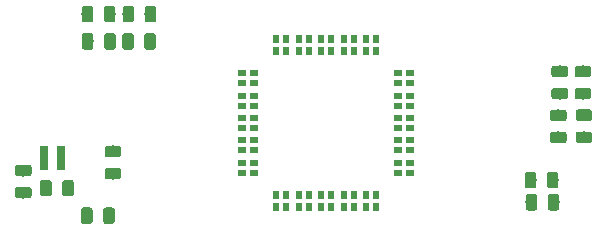
<source format=gbr>
G04 #@! TF.GenerationSoftware,KiCad,Pcbnew,(5.1.4)-1*
G04 #@! TF.CreationDate,2020-01-22T17:25:58-05:00*
G04 #@! TF.ProjectId,Feather-SAM-M8Q-GPS,46656174-6865-4722-9d53-414d2d4d3851,rev?*
G04 #@! TF.SameCoordinates,Original*
G04 #@! TF.FileFunction,Paste,Top*
G04 #@! TF.FilePolarity,Positive*
%FSLAX46Y46*%
G04 Gerber Fmt 4.6, Leading zero omitted, Abs format (unit mm)*
G04 Created by KiCad (PCBNEW (5.1.4)-1) date 2020-01-22 17:25:58*
%MOMM*%
%LPD*%
G04 APERTURE LIST*
%ADD10C,0.100000*%
%ADD11C,0.975000*%
%ADD12R,0.580000X0.720000*%
%ADD13R,0.720000X0.580000*%
%ADD14R,0.800000X2.000000*%
G04 APERTURE END LIST*
D10*
G36*
X95506622Y-69406614D02*
G01*
X95530283Y-69410124D01*
X95553487Y-69415936D01*
X95576009Y-69423994D01*
X95597633Y-69434222D01*
X95618150Y-69446519D01*
X95637363Y-69460769D01*
X95655087Y-69476833D01*
X95671151Y-69494557D01*
X95685401Y-69513770D01*
X95697698Y-69534287D01*
X95707926Y-69555911D01*
X95715984Y-69578433D01*
X95721796Y-69601637D01*
X95725306Y-69625298D01*
X95726480Y-69649190D01*
X95726480Y-70136690D01*
X95725306Y-70160582D01*
X95721796Y-70184243D01*
X95715984Y-70207447D01*
X95707926Y-70229969D01*
X95697698Y-70251593D01*
X95685401Y-70272110D01*
X95671151Y-70291323D01*
X95655087Y-70309047D01*
X95637363Y-70325111D01*
X95618150Y-70339361D01*
X95597633Y-70351658D01*
X95576009Y-70361886D01*
X95553487Y-70369944D01*
X95530283Y-70375756D01*
X95506622Y-70379266D01*
X95482730Y-70380440D01*
X94570230Y-70380440D01*
X94546338Y-70379266D01*
X94522677Y-70375756D01*
X94499473Y-70369944D01*
X94476951Y-70361886D01*
X94455327Y-70351658D01*
X94434810Y-70339361D01*
X94415597Y-70325111D01*
X94397873Y-70309047D01*
X94381809Y-70291323D01*
X94367559Y-70272110D01*
X94355262Y-70251593D01*
X94345034Y-70229969D01*
X94336976Y-70207447D01*
X94331164Y-70184243D01*
X94327654Y-70160582D01*
X94326480Y-70136690D01*
X94326480Y-69649190D01*
X94327654Y-69625298D01*
X94331164Y-69601637D01*
X94336976Y-69578433D01*
X94345034Y-69555911D01*
X94355262Y-69534287D01*
X94367559Y-69513770D01*
X94381809Y-69494557D01*
X94397873Y-69476833D01*
X94415597Y-69460769D01*
X94434810Y-69446519D01*
X94455327Y-69434222D01*
X94476951Y-69423994D01*
X94499473Y-69415936D01*
X94522677Y-69410124D01*
X94546338Y-69406614D01*
X94570230Y-69405440D01*
X95482730Y-69405440D01*
X95506622Y-69406614D01*
X95506622Y-69406614D01*
G37*
D11*
X95026480Y-69892940D03*
D10*
G36*
X95506622Y-71281614D02*
G01*
X95530283Y-71285124D01*
X95553487Y-71290936D01*
X95576009Y-71298994D01*
X95597633Y-71309222D01*
X95618150Y-71321519D01*
X95637363Y-71335769D01*
X95655087Y-71351833D01*
X95671151Y-71369557D01*
X95685401Y-71388770D01*
X95697698Y-71409287D01*
X95707926Y-71430911D01*
X95715984Y-71453433D01*
X95721796Y-71476637D01*
X95725306Y-71500298D01*
X95726480Y-71524190D01*
X95726480Y-72011690D01*
X95725306Y-72035582D01*
X95721796Y-72059243D01*
X95715984Y-72082447D01*
X95707926Y-72104969D01*
X95697698Y-72126593D01*
X95685401Y-72147110D01*
X95671151Y-72166323D01*
X95655087Y-72184047D01*
X95637363Y-72200111D01*
X95618150Y-72214361D01*
X95597633Y-72226658D01*
X95576009Y-72236886D01*
X95553487Y-72244944D01*
X95530283Y-72250756D01*
X95506622Y-72254266D01*
X95482730Y-72255440D01*
X94570230Y-72255440D01*
X94546338Y-72254266D01*
X94522677Y-72250756D01*
X94499473Y-72244944D01*
X94476951Y-72236886D01*
X94455327Y-72226658D01*
X94434810Y-72214361D01*
X94415597Y-72200111D01*
X94397873Y-72184047D01*
X94381809Y-72166323D01*
X94367559Y-72147110D01*
X94355262Y-72126593D01*
X94345034Y-72104969D01*
X94336976Y-72082447D01*
X94331164Y-72059243D01*
X94327654Y-72035582D01*
X94326480Y-72011690D01*
X94326480Y-71524190D01*
X94327654Y-71500298D01*
X94331164Y-71476637D01*
X94336976Y-71453433D01*
X94345034Y-71430911D01*
X94355262Y-71409287D01*
X94367559Y-71388770D01*
X94381809Y-71369557D01*
X94397873Y-71351833D01*
X94415597Y-71335769D01*
X94434810Y-71321519D01*
X94455327Y-71309222D01*
X94476951Y-71298994D01*
X94499473Y-71290936D01*
X94522677Y-71285124D01*
X94546338Y-71281614D01*
X94570230Y-71280440D01*
X95482730Y-71280440D01*
X95506622Y-71281614D01*
X95506622Y-71281614D01*
G37*
D11*
X95026480Y-71767940D03*
D12*
X108876120Y-73582720D03*
X109726120Y-73582720D03*
X108876120Y-74582720D03*
X109726120Y-74582720D03*
X110776120Y-73582720D03*
X111626120Y-73582720D03*
X110776120Y-74582720D03*
X111626120Y-74582720D03*
X112676120Y-73582720D03*
X113526120Y-73582720D03*
X112676120Y-74582720D03*
X113526120Y-74582720D03*
X115426120Y-73582720D03*
X114576120Y-73582720D03*
X115426120Y-74582720D03*
X114576120Y-74582720D03*
X116476120Y-73582720D03*
X117326120Y-73582720D03*
X116476120Y-74582720D03*
X117326120Y-74582720D03*
X108876120Y-61382720D03*
X111626120Y-61382720D03*
X108876120Y-60382720D03*
X111626120Y-60382720D03*
X110776120Y-61382720D03*
X109726120Y-61382720D03*
X110776120Y-60382720D03*
X109726120Y-60382720D03*
X112676120Y-61382720D03*
X113526120Y-61382720D03*
X112676120Y-60382720D03*
X113526120Y-60382720D03*
X114576120Y-61382720D03*
X115426120Y-61382720D03*
X114576120Y-60382720D03*
X115426120Y-60382720D03*
X116476120Y-61382720D03*
X117326120Y-61382720D03*
X116476120Y-60382720D03*
X117326120Y-60382720D03*
D13*
X106001120Y-63257720D03*
X106001120Y-64107720D03*
X107001120Y-63257720D03*
X107001120Y-64107720D03*
X106001120Y-65157720D03*
X107001120Y-65157720D03*
X106001120Y-66007720D03*
X107001120Y-66007720D03*
X106001120Y-67057720D03*
X107001120Y-67057720D03*
X106001120Y-67907720D03*
X107001120Y-67907720D03*
X106001120Y-68957720D03*
X107001120Y-68957720D03*
X106001120Y-69807720D03*
X107001120Y-69807720D03*
X106001120Y-70857720D03*
X107001120Y-70857720D03*
X106001120Y-71707720D03*
X107001120Y-71707720D03*
X119201120Y-63257720D03*
X120201120Y-63257720D03*
X119201120Y-64107720D03*
X120201120Y-64107720D03*
X119201120Y-65157720D03*
X120201120Y-65157720D03*
X119201120Y-66007720D03*
X120201120Y-66007720D03*
X119201120Y-67057720D03*
X120201120Y-67057720D03*
X119201120Y-67907720D03*
X120201120Y-67907720D03*
X119201120Y-68957720D03*
X120201120Y-68957720D03*
X119201120Y-69807720D03*
X120201120Y-69807720D03*
X119201120Y-70857720D03*
X120201120Y-70857720D03*
X119201120Y-71707720D03*
X120201120Y-71707720D03*
D10*
G36*
X94971782Y-74627414D02*
G01*
X94995443Y-74630924D01*
X95018647Y-74636736D01*
X95041169Y-74644794D01*
X95062793Y-74655022D01*
X95083310Y-74667319D01*
X95102523Y-74681569D01*
X95120247Y-74697633D01*
X95136311Y-74715357D01*
X95150561Y-74734570D01*
X95162858Y-74755087D01*
X95173086Y-74776711D01*
X95181144Y-74799233D01*
X95186956Y-74822437D01*
X95190466Y-74846098D01*
X95191640Y-74869990D01*
X95191640Y-75782490D01*
X95190466Y-75806382D01*
X95186956Y-75830043D01*
X95181144Y-75853247D01*
X95173086Y-75875769D01*
X95162858Y-75897393D01*
X95150561Y-75917910D01*
X95136311Y-75937123D01*
X95120247Y-75954847D01*
X95102523Y-75970911D01*
X95083310Y-75985161D01*
X95062793Y-75997458D01*
X95041169Y-76007686D01*
X95018647Y-76015744D01*
X94995443Y-76021556D01*
X94971782Y-76025066D01*
X94947890Y-76026240D01*
X94460390Y-76026240D01*
X94436498Y-76025066D01*
X94412837Y-76021556D01*
X94389633Y-76015744D01*
X94367111Y-76007686D01*
X94345487Y-75997458D01*
X94324970Y-75985161D01*
X94305757Y-75970911D01*
X94288033Y-75954847D01*
X94271969Y-75937123D01*
X94257719Y-75917910D01*
X94245422Y-75897393D01*
X94235194Y-75875769D01*
X94227136Y-75853247D01*
X94221324Y-75830043D01*
X94217814Y-75806382D01*
X94216640Y-75782490D01*
X94216640Y-74869990D01*
X94217814Y-74846098D01*
X94221324Y-74822437D01*
X94227136Y-74799233D01*
X94235194Y-74776711D01*
X94245422Y-74755087D01*
X94257719Y-74734570D01*
X94271969Y-74715357D01*
X94288033Y-74697633D01*
X94305757Y-74681569D01*
X94324970Y-74667319D01*
X94345487Y-74655022D01*
X94367111Y-74644794D01*
X94389633Y-74636736D01*
X94412837Y-74630924D01*
X94436498Y-74627414D01*
X94460390Y-74626240D01*
X94947890Y-74626240D01*
X94971782Y-74627414D01*
X94971782Y-74627414D01*
G37*
D11*
X94704140Y-75326240D03*
D10*
G36*
X93096782Y-74627414D02*
G01*
X93120443Y-74630924D01*
X93143647Y-74636736D01*
X93166169Y-74644794D01*
X93187793Y-74655022D01*
X93208310Y-74667319D01*
X93227523Y-74681569D01*
X93245247Y-74697633D01*
X93261311Y-74715357D01*
X93275561Y-74734570D01*
X93287858Y-74755087D01*
X93298086Y-74776711D01*
X93306144Y-74799233D01*
X93311956Y-74822437D01*
X93315466Y-74846098D01*
X93316640Y-74869990D01*
X93316640Y-75782490D01*
X93315466Y-75806382D01*
X93311956Y-75830043D01*
X93306144Y-75853247D01*
X93298086Y-75875769D01*
X93287858Y-75897393D01*
X93275561Y-75917910D01*
X93261311Y-75937123D01*
X93245247Y-75954847D01*
X93227523Y-75970911D01*
X93208310Y-75985161D01*
X93187793Y-75997458D01*
X93166169Y-76007686D01*
X93143647Y-76015744D01*
X93120443Y-76021556D01*
X93096782Y-76025066D01*
X93072890Y-76026240D01*
X92585390Y-76026240D01*
X92561498Y-76025066D01*
X92537837Y-76021556D01*
X92514633Y-76015744D01*
X92492111Y-76007686D01*
X92470487Y-75997458D01*
X92449970Y-75985161D01*
X92430757Y-75970911D01*
X92413033Y-75954847D01*
X92396969Y-75937123D01*
X92382719Y-75917910D01*
X92370422Y-75897393D01*
X92360194Y-75875769D01*
X92352136Y-75853247D01*
X92346324Y-75830043D01*
X92342814Y-75806382D01*
X92341640Y-75782490D01*
X92341640Y-74869990D01*
X92342814Y-74846098D01*
X92346324Y-74822437D01*
X92352136Y-74799233D01*
X92360194Y-74776711D01*
X92370422Y-74755087D01*
X92382719Y-74734570D01*
X92396969Y-74715357D01*
X92413033Y-74697633D01*
X92430757Y-74681569D01*
X92449970Y-74667319D01*
X92470487Y-74655022D01*
X92492111Y-74644794D01*
X92514633Y-74636736D01*
X92537837Y-74630924D01*
X92561498Y-74627414D01*
X92585390Y-74626240D01*
X93072890Y-74626240D01*
X93096782Y-74627414D01*
X93096782Y-74627414D01*
G37*
D11*
X92829140Y-75326240D03*
D10*
G36*
X133230702Y-66343374D02*
G01*
X133254363Y-66346884D01*
X133277567Y-66352696D01*
X133300089Y-66360754D01*
X133321713Y-66370982D01*
X133342230Y-66383279D01*
X133361443Y-66397529D01*
X133379167Y-66413593D01*
X133395231Y-66431317D01*
X133409481Y-66450530D01*
X133421778Y-66471047D01*
X133432006Y-66492671D01*
X133440064Y-66515193D01*
X133445876Y-66538397D01*
X133449386Y-66562058D01*
X133450560Y-66585950D01*
X133450560Y-67073450D01*
X133449386Y-67097342D01*
X133445876Y-67121003D01*
X133440064Y-67144207D01*
X133432006Y-67166729D01*
X133421778Y-67188353D01*
X133409481Y-67208870D01*
X133395231Y-67228083D01*
X133379167Y-67245807D01*
X133361443Y-67261871D01*
X133342230Y-67276121D01*
X133321713Y-67288418D01*
X133300089Y-67298646D01*
X133277567Y-67306704D01*
X133254363Y-67312516D01*
X133230702Y-67316026D01*
X133206810Y-67317200D01*
X132294310Y-67317200D01*
X132270418Y-67316026D01*
X132246757Y-67312516D01*
X132223553Y-67306704D01*
X132201031Y-67298646D01*
X132179407Y-67288418D01*
X132158890Y-67276121D01*
X132139677Y-67261871D01*
X132121953Y-67245807D01*
X132105889Y-67228083D01*
X132091639Y-67208870D01*
X132079342Y-67188353D01*
X132069114Y-67166729D01*
X132061056Y-67144207D01*
X132055244Y-67121003D01*
X132051734Y-67097342D01*
X132050560Y-67073450D01*
X132050560Y-66585950D01*
X132051734Y-66562058D01*
X132055244Y-66538397D01*
X132061056Y-66515193D01*
X132069114Y-66492671D01*
X132079342Y-66471047D01*
X132091639Y-66450530D01*
X132105889Y-66431317D01*
X132121953Y-66413593D01*
X132139677Y-66397529D01*
X132158890Y-66383279D01*
X132179407Y-66370982D01*
X132201031Y-66360754D01*
X132223553Y-66352696D01*
X132246757Y-66346884D01*
X132270418Y-66343374D01*
X132294310Y-66342200D01*
X133206810Y-66342200D01*
X133230702Y-66343374D01*
X133230702Y-66343374D01*
G37*
D11*
X132750560Y-66829700D03*
D10*
G36*
X133230702Y-68218374D02*
G01*
X133254363Y-68221884D01*
X133277567Y-68227696D01*
X133300089Y-68235754D01*
X133321713Y-68245982D01*
X133342230Y-68258279D01*
X133361443Y-68272529D01*
X133379167Y-68288593D01*
X133395231Y-68306317D01*
X133409481Y-68325530D01*
X133421778Y-68346047D01*
X133432006Y-68367671D01*
X133440064Y-68390193D01*
X133445876Y-68413397D01*
X133449386Y-68437058D01*
X133450560Y-68460950D01*
X133450560Y-68948450D01*
X133449386Y-68972342D01*
X133445876Y-68996003D01*
X133440064Y-69019207D01*
X133432006Y-69041729D01*
X133421778Y-69063353D01*
X133409481Y-69083870D01*
X133395231Y-69103083D01*
X133379167Y-69120807D01*
X133361443Y-69136871D01*
X133342230Y-69151121D01*
X133321713Y-69163418D01*
X133300089Y-69173646D01*
X133277567Y-69181704D01*
X133254363Y-69187516D01*
X133230702Y-69191026D01*
X133206810Y-69192200D01*
X132294310Y-69192200D01*
X132270418Y-69191026D01*
X132246757Y-69187516D01*
X132223553Y-69181704D01*
X132201031Y-69173646D01*
X132179407Y-69163418D01*
X132158890Y-69151121D01*
X132139677Y-69136871D01*
X132121953Y-69120807D01*
X132105889Y-69103083D01*
X132091639Y-69083870D01*
X132079342Y-69063353D01*
X132069114Y-69041729D01*
X132061056Y-69019207D01*
X132055244Y-68996003D01*
X132051734Y-68972342D01*
X132050560Y-68948450D01*
X132050560Y-68460950D01*
X132051734Y-68437058D01*
X132055244Y-68413397D01*
X132061056Y-68390193D01*
X132069114Y-68367671D01*
X132079342Y-68346047D01*
X132091639Y-68325530D01*
X132105889Y-68306317D01*
X132121953Y-68288593D01*
X132139677Y-68272529D01*
X132158890Y-68258279D01*
X132179407Y-68245982D01*
X132201031Y-68235754D01*
X132223553Y-68227696D01*
X132246757Y-68221884D01*
X132270418Y-68218374D01*
X132294310Y-68217200D01*
X133206810Y-68217200D01*
X133230702Y-68218374D01*
X133230702Y-68218374D01*
G37*
D11*
X132750560Y-68704700D03*
D10*
G36*
X135389702Y-66328134D02*
G01*
X135413363Y-66331644D01*
X135436567Y-66337456D01*
X135459089Y-66345514D01*
X135480713Y-66355742D01*
X135501230Y-66368039D01*
X135520443Y-66382289D01*
X135538167Y-66398353D01*
X135554231Y-66416077D01*
X135568481Y-66435290D01*
X135580778Y-66455807D01*
X135591006Y-66477431D01*
X135599064Y-66499953D01*
X135604876Y-66523157D01*
X135608386Y-66546818D01*
X135609560Y-66570710D01*
X135609560Y-67058210D01*
X135608386Y-67082102D01*
X135604876Y-67105763D01*
X135599064Y-67128967D01*
X135591006Y-67151489D01*
X135580778Y-67173113D01*
X135568481Y-67193630D01*
X135554231Y-67212843D01*
X135538167Y-67230567D01*
X135520443Y-67246631D01*
X135501230Y-67260881D01*
X135480713Y-67273178D01*
X135459089Y-67283406D01*
X135436567Y-67291464D01*
X135413363Y-67297276D01*
X135389702Y-67300786D01*
X135365810Y-67301960D01*
X134453310Y-67301960D01*
X134429418Y-67300786D01*
X134405757Y-67297276D01*
X134382553Y-67291464D01*
X134360031Y-67283406D01*
X134338407Y-67273178D01*
X134317890Y-67260881D01*
X134298677Y-67246631D01*
X134280953Y-67230567D01*
X134264889Y-67212843D01*
X134250639Y-67193630D01*
X134238342Y-67173113D01*
X134228114Y-67151489D01*
X134220056Y-67128967D01*
X134214244Y-67105763D01*
X134210734Y-67082102D01*
X134209560Y-67058210D01*
X134209560Y-66570710D01*
X134210734Y-66546818D01*
X134214244Y-66523157D01*
X134220056Y-66499953D01*
X134228114Y-66477431D01*
X134238342Y-66455807D01*
X134250639Y-66435290D01*
X134264889Y-66416077D01*
X134280953Y-66398353D01*
X134298677Y-66382289D01*
X134317890Y-66368039D01*
X134338407Y-66355742D01*
X134360031Y-66345514D01*
X134382553Y-66337456D01*
X134405757Y-66331644D01*
X134429418Y-66328134D01*
X134453310Y-66326960D01*
X135365810Y-66326960D01*
X135389702Y-66328134D01*
X135389702Y-66328134D01*
G37*
D11*
X134909560Y-66814460D03*
D10*
G36*
X135389702Y-68203134D02*
G01*
X135413363Y-68206644D01*
X135436567Y-68212456D01*
X135459089Y-68220514D01*
X135480713Y-68230742D01*
X135501230Y-68243039D01*
X135520443Y-68257289D01*
X135538167Y-68273353D01*
X135554231Y-68291077D01*
X135568481Y-68310290D01*
X135580778Y-68330807D01*
X135591006Y-68352431D01*
X135599064Y-68374953D01*
X135604876Y-68398157D01*
X135608386Y-68421818D01*
X135609560Y-68445710D01*
X135609560Y-68933210D01*
X135608386Y-68957102D01*
X135604876Y-68980763D01*
X135599064Y-69003967D01*
X135591006Y-69026489D01*
X135580778Y-69048113D01*
X135568481Y-69068630D01*
X135554231Y-69087843D01*
X135538167Y-69105567D01*
X135520443Y-69121631D01*
X135501230Y-69135881D01*
X135480713Y-69148178D01*
X135459089Y-69158406D01*
X135436567Y-69166464D01*
X135413363Y-69172276D01*
X135389702Y-69175786D01*
X135365810Y-69176960D01*
X134453310Y-69176960D01*
X134429418Y-69175786D01*
X134405757Y-69172276D01*
X134382553Y-69166464D01*
X134360031Y-69158406D01*
X134338407Y-69148178D01*
X134317890Y-69135881D01*
X134298677Y-69121631D01*
X134280953Y-69105567D01*
X134264889Y-69087843D01*
X134250639Y-69068630D01*
X134238342Y-69048113D01*
X134228114Y-69026489D01*
X134220056Y-69003967D01*
X134214244Y-68980763D01*
X134210734Y-68957102D01*
X134209560Y-68933210D01*
X134209560Y-68445710D01*
X134210734Y-68421818D01*
X134214244Y-68398157D01*
X134220056Y-68374953D01*
X134228114Y-68352431D01*
X134238342Y-68330807D01*
X134250639Y-68310290D01*
X134264889Y-68291077D01*
X134280953Y-68273353D01*
X134298677Y-68257289D01*
X134317890Y-68243039D01*
X134338407Y-68230742D01*
X134360031Y-68220514D01*
X134382553Y-68212456D01*
X134405757Y-68206644D01*
X134429418Y-68203134D01*
X134453310Y-68201960D01*
X135365810Y-68201960D01*
X135389702Y-68203134D01*
X135389702Y-68203134D01*
G37*
D11*
X134909560Y-68689460D03*
D10*
G36*
X98446502Y-59872554D02*
G01*
X98470163Y-59876064D01*
X98493367Y-59881876D01*
X98515889Y-59889934D01*
X98537513Y-59900162D01*
X98558030Y-59912459D01*
X98577243Y-59926709D01*
X98594967Y-59942773D01*
X98611031Y-59960497D01*
X98625281Y-59979710D01*
X98637578Y-60000227D01*
X98647806Y-60021851D01*
X98655864Y-60044373D01*
X98661676Y-60067577D01*
X98665186Y-60091238D01*
X98666360Y-60115130D01*
X98666360Y-61027630D01*
X98665186Y-61051522D01*
X98661676Y-61075183D01*
X98655864Y-61098387D01*
X98647806Y-61120909D01*
X98637578Y-61142533D01*
X98625281Y-61163050D01*
X98611031Y-61182263D01*
X98594967Y-61199987D01*
X98577243Y-61216051D01*
X98558030Y-61230301D01*
X98537513Y-61242598D01*
X98515889Y-61252826D01*
X98493367Y-61260884D01*
X98470163Y-61266696D01*
X98446502Y-61270206D01*
X98422610Y-61271380D01*
X97935110Y-61271380D01*
X97911218Y-61270206D01*
X97887557Y-61266696D01*
X97864353Y-61260884D01*
X97841831Y-61252826D01*
X97820207Y-61242598D01*
X97799690Y-61230301D01*
X97780477Y-61216051D01*
X97762753Y-61199987D01*
X97746689Y-61182263D01*
X97732439Y-61163050D01*
X97720142Y-61142533D01*
X97709914Y-61120909D01*
X97701856Y-61098387D01*
X97696044Y-61075183D01*
X97692534Y-61051522D01*
X97691360Y-61027630D01*
X97691360Y-60115130D01*
X97692534Y-60091238D01*
X97696044Y-60067577D01*
X97701856Y-60044373D01*
X97709914Y-60021851D01*
X97720142Y-60000227D01*
X97732439Y-59979710D01*
X97746689Y-59960497D01*
X97762753Y-59942773D01*
X97780477Y-59926709D01*
X97799690Y-59912459D01*
X97820207Y-59900162D01*
X97841831Y-59889934D01*
X97864353Y-59881876D01*
X97887557Y-59876064D01*
X97911218Y-59872554D01*
X97935110Y-59871380D01*
X98422610Y-59871380D01*
X98446502Y-59872554D01*
X98446502Y-59872554D01*
G37*
D11*
X98178860Y-60571380D03*
D10*
G36*
X96571502Y-59872554D02*
G01*
X96595163Y-59876064D01*
X96618367Y-59881876D01*
X96640889Y-59889934D01*
X96662513Y-59900162D01*
X96683030Y-59912459D01*
X96702243Y-59926709D01*
X96719967Y-59942773D01*
X96736031Y-59960497D01*
X96750281Y-59979710D01*
X96762578Y-60000227D01*
X96772806Y-60021851D01*
X96780864Y-60044373D01*
X96786676Y-60067577D01*
X96790186Y-60091238D01*
X96791360Y-60115130D01*
X96791360Y-61027630D01*
X96790186Y-61051522D01*
X96786676Y-61075183D01*
X96780864Y-61098387D01*
X96772806Y-61120909D01*
X96762578Y-61142533D01*
X96750281Y-61163050D01*
X96736031Y-61182263D01*
X96719967Y-61199987D01*
X96702243Y-61216051D01*
X96683030Y-61230301D01*
X96662513Y-61242598D01*
X96640889Y-61252826D01*
X96618367Y-61260884D01*
X96595163Y-61266696D01*
X96571502Y-61270206D01*
X96547610Y-61271380D01*
X96060110Y-61271380D01*
X96036218Y-61270206D01*
X96012557Y-61266696D01*
X95989353Y-61260884D01*
X95966831Y-61252826D01*
X95945207Y-61242598D01*
X95924690Y-61230301D01*
X95905477Y-61216051D01*
X95887753Y-61199987D01*
X95871689Y-61182263D01*
X95857439Y-61163050D01*
X95845142Y-61142533D01*
X95834914Y-61120909D01*
X95826856Y-61098387D01*
X95821044Y-61075183D01*
X95817534Y-61051522D01*
X95816360Y-61027630D01*
X95816360Y-60115130D01*
X95817534Y-60091238D01*
X95821044Y-60067577D01*
X95826856Y-60044373D01*
X95834914Y-60021851D01*
X95845142Y-60000227D01*
X95857439Y-59979710D01*
X95871689Y-59960497D01*
X95887753Y-59942773D01*
X95905477Y-59926709D01*
X95924690Y-59912459D01*
X95945207Y-59900162D01*
X95966831Y-59889934D01*
X95989353Y-59881876D01*
X96012557Y-59876064D01*
X96036218Y-59872554D01*
X96060110Y-59871380D01*
X96547610Y-59871380D01*
X96571502Y-59872554D01*
X96571502Y-59872554D01*
G37*
D11*
X96303860Y-60571380D03*
D10*
G36*
X98479522Y-57566234D02*
G01*
X98503183Y-57569744D01*
X98526387Y-57575556D01*
X98548909Y-57583614D01*
X98570533Y-57593842D01*
X98591050Y-57606139D01*
X98610263Y-57620389D01*
X98627987Y-57636453D01*
X98644051Y-57654177D01*
X98658301Y-57673390D01*
X98670598Y-57693907D01*
X98680826Y-57715531D01*
X98688884Y-57738053D01*
X98694696Y-57761257D01*
X98698206Y-57784918D01*
X98699380Y-57808810D01*
X98699380Y-58721310D01*
X98698206Y-58745202D01*
X98694696Y-58768863D01*
X98688884Y-58792067D01*
X98680826Y-58814589D01*
X98670598Y-58836213D01*
X98658301Y-58856730D01*
X98644051Y-58875943D01*
X98627987Y-58893667D01*
X98610263Y-58909731D01*
X98591050Y-58923981D01*
X98570533Y-58936278D01*
X98548909Y-58946506D01*
X98526387Y-58954564D01*
X98503183Y-58960376D01*
X98479522Y-58963886D01*
X98455630Y-58965060D01*
X97968130Y-58965060D01*
X97944238Y-58963886D01*
X97920577Y-58960376D01*
X97897373Y-58954564D01*
X97874851Y-58946506D01*
X97853227Y-58936278D01*
X97832710Y-58923981D01*
X97813497Y-58909731D01*
X97795773Y-58893667D01*
X97779709Y-58875943D01*
X97765459Y-58856730D01*
X97753162Y-58836213D01*
X97742934Y-58814589D01*
X97734876Y-58792067D01*
X97729064Y-58768863D01*
X97725554Y-58745202D01*
X97724380Y-58721310D01*
X97724380Y-57808810D01*
X97725554Y-57784918D01*
X97729064Y-57761257D01*
X97734876Y-57738053D01*
X97742934Y-57715531D01*
X97753162Y-57693907D01*
X97765459Y-57673390D01*
X97779709Y-57654177D01*
X97795773Y-57636453D01*
X97813497Y-57620389D01*
X97832710Y-57606139D01*
X97853227Y-57593842D01*
X97874851Y-57583614D01*
X97897373Y-57575556D01*
X97920577Y-57569744D01*
X97944238Y-57566234D01*
X97968130Y-57565060D01*
X98455630Y-57565060D01*
X98479522Y-57566234D01*
X98479522Y-57566234D01*
G37*
D11*
X98211880Y-58265060D03*
D10*
G36*
X96604522Y-57566234D02*
G01*
X96628183Y-57569744D01*
X96651387Y-57575556D01*
X96673909Y-57583614D01*
X96695533Y-57593842D01*
X96716050Y-57606139D01*
X96735263Y-57620389D01*
X96752987Y-57636453D01*
X96769051Y-57654177D01*
X96783301Y-57673390D01*
X96795598Y-57693907D01*
X96805826Y-57715531D01*
X96813884Y-57738053D01*
X96819696Y-57761257D01*
X96823206Y-57784918D01*
X96824380Y-57808810D01*
X96824380Y-58721310D01*
X96823206Y-58745202D01*
X96819696Y-58768863D01*
X96813884Y-58792067D01*
X96805826Y-58814589D01*
X96795598Y-58836213D01*
X96783301Y-58856730D01*
X96769051Y-58875943D01*
X96752987Y-58893667D01*
X96735263Y-58909731D01*
X96716050Y-58923981D01*
X96695533Y-58936278D01*
X96673909Y-58946506D01*
X96651387Y-58954564D01*
X96628183Y-58960376D01*
X96604522Y-58963886D01*
X96580630Y-58965060D01*
X96093130Y-58965060D01*
X96069238Y-58963886D01*
X96045577Y-58960376D01*
X96022373Y-58954564D01*
X95999851Y-58946506D01*
X95978227Y-58936278D01*
X95957710Y-58923981D01*
X95938497Y-58909731D01*
X95920773Y-58893667D01*
X95904709Y-58875943D01*
X95890459Y-58856730D01*
X95878162Y-58836213D01*
X95867934Y-58814589D01*
X95859876Y-58792067D01*
X95854064Y-58768863D01*
X95850554Y-58745202D01*
X95849380Y-58721310D01*
X95849380Y-57808810D01*
X95850554Y-57784918D01*
X95854064Y-57761257D01*
X95859876Y-57738053D01*
X95867934Y-57715531D01*
X95878162Y-57693907D01*
X95890459Y-57673390D01*
X95904709Y-57654177D01*
X95920773Y-57636453D01*
X95938497Y-57620389D01*
X95957710Y-57606139D01*
X95978227Y-57593842D01*
X95999851Y-57583614D01*
X96022373Y-57575556D01*
X96045577Y-57569744D01*
X96069238Y-57566234D01*
X96093130Y-57565060D01*
X96580630Y-57565060D01*
X96604522Y-57566234D01*
X96604522Y-57566234D01*
G37*
D11*
X96336880Y-58265060D03*
D10*
G36*
X91507222Y-72300774D02*
G01*
X91530883Y-72304284D01*
X91554087Y-72310096D01*
X91576609Y-72318154D01*
X91598233Y-72328382D01*
X91618750Y-72340679D01*
X91637963Y-72354929D01*
X91655687Y-72370993D01*
X91671751Y-72388717D01*
X91686001Y-72407930D01*
X91698298Y-72428447D01*
X91708526Y-72450071D01*
X91716584Y-72472593D01*
X91722396Y-72495797D01*
X91725906Y-72519458D01*
X91727080Y-72543350D01*
X91727080Y-73455850D01*
X91725906Y-73479742D01*
X91722396Y-73503403D01*
X91716584Y-73526607D01*
X91708526Y-73549129D01*
X91698298Y-73570753D01*
X91686001Y-73591270D01*
X91671751Y-73610483D01*
X91655687Y-73628207D01*
X91637963Y-73644271D01*
X91618750Y-73658521D01*
X91598233Y-73670818D01*
X91576609Y-73681046D01*
X91554087Y-73689104D01*
X91530883Y-73694916D01*
X91507222Y-73698426D01*
X91483330Y-73699600D01*
X90995830Y-73699600D01*
X90971938Y-73698426D01*
X90948277Y-73694916D01*
X90925073Y-73689104D01*
X90902551Y-73681046D01*
X90880927Y-73670818D01*
X90860410Y-73658521D01*
X90841197Y-73644271D01*
X90823473Y-73628207D01*
X90807409Y-73610483D01*
X90793159Y-73591270D01*
X90780862Y-73570753D01*
X90770634Y-73549129D01*
X90762576Y-73526607D01*
X90756764Y-73503403D01*
X90753254Y-73479742D01*
X90752080Y-73455850D01*
X90752080Y-72543350D01*
X90753254Y-72519458D01*
X90756764Y-72495797D01*
X90762576Y-72472593D01*
X90770634Y-72450071D01*
X90780862Y-72428447D01*
X90793159Y-72407930D01*
X90807409Y-72388717D01*
X90823473Y-72370993D01*
X90841197Y-72354929D01*
X90860410Y-72340679D01*
X90880927Y-72328382D01*
X90902551Y-72318154D01*
X90925073Y-72310096D01*
X90948277Y-72304284D01*
X90971938Y-72300774D01*
X90995830Y-72299600D01*
X91483330Y-72299600D01*
X91507222Y-72300774D01*
X91507222Y-72300774D01*
G37*
D11*
X91239580Y-72999600D03*
D10*
G36*
X89632222Y-72300774D02*
G01*
X89655883Y-72304284D01*
X89679087Y-72310096D01*
X89701609Y-72318154D01*
X89723233Y-72328382D01*
X89743750Y-72340679D01*
X89762963Y-72354929D01*
X89780687Y-72370993D01*
X89796751Y-72388717D01*
X89811001Y-72407930D01*
X89823298Y-72428447D01*
X89833526Y-72450071D01*
X89841584Y-72472593D01*
X89847396Y-72495797D01*
X89850906Y-72519458D01*
X89852080Y-72543350D01*
X89852080Y-73455850D01*
X89850906Y-73479742D01*
X89847396Y-73503403D01*
X89841584Y-73526607D01*
X89833526Y-73549129D01*
X89823298Y-73570753D01*
X89811001Y-73591270D01*
X89796751Y-73610483D01*
X89780687Y-73628207D01*
X89762963Y-73644271D01*
X89743750Y-73658521D01*
X89723233Y-73670818D01*
X89701609Y-73681046D01*
X89679087Y-73689104D01*
X89655883Y-73694916D01*
X89632222Y-73698426D01*
X89608330Y-73699600D01*
X89120830Y-73699600D01*
X89096938Y-73698426D01*
X89073277Y-73694916D01*
X89050073Y-73689104D01*
X89027551Y-73681046D01*
X89005927Y-73670818D01*
X88985410Y-73658521D01*
X88966197Y-73644271D01*
X88948473Y-73628207D01*
X88932409Y-73610483D01*
X88918159Y-73591270D01*
X88905862Y-73570753D01*
X88895634Y-73549129D01*
X88887576Y-73526607D01*
X88881764Y-73503403D01*
X88878254Y-73479742D01*
X88877080Y-73455850D01*
X88877080Y-72543350D01*
X88878254Y-72519458D01*
X88881764Y-72495797D01*
X88887576Y-72472593D01*
X88895634Y-72450071D01*
X88905862Y-72428447D01*
X88918159Y-72407930D01*
X88932409Y-72388717D01*
X88948473Y-72370993D01*
X88966197Y-72354929D01*
X88985410Y-72340679D01*
X89005927Y-72328382D01*
X89027551Y-72318154D01*
X89050073Y-72310096D01*
X89073277Y-72304284D01*
X89096938Y-72300774D01*
X89120830Y-72299600D01*
X89608330Y-72299600D01*
X89632222Y-72300774D01*
X89632222Y-72300774D01*
G37*
D11*
X89364580Y-72999600D03*
D10*
G36*
X132541162Y-71625134D02*
G01*
X132564823Y-71628644D01*
X132588027Y-71634456D01*
X132610549Y-71642514D01*
X132632173Y-71652742D01*
X132652690Y-71665039D01*
X132671903Y-71679289D01*
X132689627Y-71695353D01*
X132705691Y-71713077D01*
X132719941Y-71732290D01*
X132732238Y-71752807D01*
X132742466Y-71774431D01*
X132750524Y-71796953D01*
X132756336Y-71820157D01*
X132759846Y-71843818D01*
X132761020Y-71867710D01*
X132761020Y-72780210D01*
X132759846Y-72804102D01*
X132756336Y-72827763D01*
X132750524Y-72850967D01*
X132742466Y-72873489D01*
X132732238Y-72895113D01*
X132719941Y-72915630D01*
X132705691Y-72934843D01*
X132689627Y-72952567D01*
X132671903Y-72968631D01*
X132652690Y-72982881D01*
X132632173Y-72995178D01*
X132610549Y-73005406D01*
X132588027Y-73013464D01*
X132564823Y-73019276D01*
X132541162Y-73022786D01*
X132517270Y-73023960D01*
X132029770Y-73023960D01*
X132005878Y-73022786D01*
X131982217Y-73019276D01*
X131959013Y-73013464D01*
X131936491Y-73005406D01*
X131914867Y-72995178D01*
X131894350Y-72982881D01*
X131875137Y-72968631D01*
X131857413Y-72952567D01*
X131841349Y-72934843D01*
X131827099Y-72915630D01*
X131814802Y-72895113D01*
X131804574Y-72873489D01*
X131796516Y-72850967D01*
X131790704Y-72827763D01*
X131787194Y-72804102D01*
X131786020Y-72780210D01*
X131786020Y-71867710D01*
X131787194Y-71843818D01*
X131790704Y-71820157D01*
X131796516Y-71796953D01*
X131804574Y-71774431D01*
X131814802Y-71752807D01*
X131827099Y-71732290D01*
X131841349Y-71713077D01*
X131857413Y-71695353D01*
X131875137Y-71679289D01*
X131894350Y-71665039D01*
X131914867Y-71652742D01*
X131936491Y-71642514D01*
X131959013Y-71634456D01*
X131982217Y-71628644D01*
X132005878Y-71625134D01*
X132029770Y-71623960D01*
X132517270Y-71623960D01*
X132541162Y-71625134D01*
X132541162Y-71625134D01*
G37*
D11*
X132273520Y-72323960D03*
D10*
G36*
X130666162Y-71625134D02*
G01*
X130689823Y-71628644D01*
X130713027Y-71634456D01*
X130735549Y-71642514D01*
X130757173Y-71652742D01*
X130777690Y-71665039D01*
X130796903Y-71679289D01*
X130814627Y-71695353D01*
X130830691Y-71713077D01*
X130844941Y-71732290D01*
X130857238Y-71752807D01*
X130867466Y-71774431D01*
X130875524Y-71796953D01*
X130881336Y-71820157D01*
X130884846Y-71843818D01*
X130886020Y-71867710D01*
X130886020Y-72780210D01*
X130884846Y-72804102D01*
X130881336Y-72827763D01*
X130875524Y-72850967D01*
X130867466Y-72873489D01*
X130857238Y-72895113D01*
X130844941Y-72915630D01*
X130830691Y-72934843D01*
X130814627Y-72952567D01*
X130796903Y-72968631D01*
X130777690Y-72982881D01*
X130757173Y-72995178D01*
X130735549Y-73005406D01*
X130713027Y-73013464D01*
X130689823Y-73019276D01*
X130666162Y-73022786D01*
X130642270Y-73023960D01*
X130154770Y-73023960D01*
X130130878Y-73022786D01*
X130107217Y-73019276D01*
X130084013Y-73013464D01*
X130061491Y-73005406D01*
X130039867Y-72995178D01*
X130019350Y-72982881D01*
X130000137Y-72968631D01*
X129982413Y-72952567D01*
X129966349Y-72934843D01*
X129952099Y-72915630D01*
X129939802Y-72895113D01*
X129929574Y-72873489D01*
X129921516Y-72850967D01*
X129915704Y-72827763D01*
X129912194Y-72804102D01*
X129911020Y-72780210D01*
X129911020Y-71867710D01*
X129912194Y-71843818D01*
X129915704Y-71820157D01*
X129921516Y-71796953D01*
X129929574Y-71774431D01*
X129939802Y-71752807D01*
X129952099Y-71732290D01*
X129966349Y-71713077D01*
X129982413Y-71695353D01*
X130000137Y-71679289D01*
X130019350Y-71665039D01*
X130039867Y-71652742D01*
X130061491Y-71642514D01*
X130084013Y-71634456D01*
X130107217Y-71628644D01*
X130130878Y-71625134D01*
X130154770Y-71623960D01*
X130642270Y-71623960D01*
X130666162Y-71625134D01*
X130666162Y-71625134D01*
G37*
D11*
X130398520Y-72323960D03*
D10*
G36*
X132614582Y-73494574D02*
G01*
X132638243Y-73498084D01*
X132661447Y-73503896D01*
X132683969Y-73511954D01*
X132705593Y-73522182D01*
X132726110Y-73534479D01*
X132745323Y-73548729D01*
X132763047Y-73564793D01*
X132779111Y-73582517D01*
X132793361Y-73601730D01*
X132805658Y-73622247D01*
X132815886Y-73643871D01*
X132823944Y-73666393D01*
X132829756Y-73689597D01*
X132833266Y-73713258D01*
X132834440Y-73737150D01*
X132834440Y-74649650D01*
X132833266Y-74673542D01*
X132829756Y-74697203D01*
X132823944Y-74720407D01*
X132815886Y-74742929D01*
X132805658Y-74764553D01*
X132793361Y-74785070D01*
X132779111Y-74804283D01*
X132763047Y-74822007D01*
X132745323Y-74838071D01*
X132726110Y-74852321D01*
X132705593Y-74864618D01*
X132683969Y-74874846D01*
X132661447Y-74882904D01*
X132638243Y-74888716D01*
X132614582Y-74892226D01*
X132590690Y-74893400D01*
X132103190Y-74893400D01*
X132079298Y-74892226D01*
X132055637Y-74888716D01*
X132032433Y-74882904D01*
X132009911Y-74874846D01*
X131988287Y-74864618D01*
X131967770Y-74852321D01*
X131948557Y-74838071D01*
X131930833Y-74822007D01*
X131914769Y-74804283D01*
X131900519Y-74785070D01*
X131888222Y-74764553D01*
X131877994Y-74742929D01*
X131869936Y-74720407D01*
X131864124Y-74697203D01*
X131860614Y-74673542D01*
X131859440Y-74649650D01*
X131859440Y-73737150D01*
X131860614Y-73713258D01*
X131864124Y-73689597D01*
X131869936Y-73666393D01*
X131877994Y-73643871D01*
X131888222Y-73622247D01*
X131900519Y-73601730D01*
X131914769Y-73582517D01*
X131930833Y-73564793D01*
X131948557Y-73548729D01*
X131967770Y-73534479D01*
X131988287Y-73522182D01*
X132009911Y-73511954D01*
X132032433Y-73503896D01*
X132055637Y-73498084D01*
X132079298Y-73494574D01*
X132103190Y-73493400D01*
X132590690Y-73493400D01*
X132614582Y-73494574D01*
X132614582Y-73494574D01*
G37*
D11*
X132346940Y-74193400D03*
D10*
G36*
X130739582Y-73494574D02*
G01*
X130763243Y-73498084D01*
X130786447Y-73503896D01*
X130808969Y-73511954D01*
X130830593Y-73522182D01*
X130851110Y-73534479D01*
X130870323Y-73548729D01*
X130888047Y-73564793D01*
X130904111Y-73582517D01*
X130918361Y-73601730D01*
X130930658Y-73622247D01*
X130940886Y-73643871D01*
X130948944Y-73666393D01*
X130954756Y-73689597D01*
X130958266Y-73713258D01*
X130959440Y-73737150D01*
X130959440Y-74649650D01*
X130958266Y-74673542D01*
X130954756Y-74697203D01*
X130948944Y-74720407D01*
X130940886Y-74742929D01*
X130930658Y-74764553D01*
X130918361Y-74785070D01*
X130904111Y-74804283D01*
X130888047Y-74822007D01*
X130870323Y-74838071D01*
X130851110Y-74852321D01*
X130830593Y-74864618D01*
X130808969Y-74874846D01*
X130786447Y-74882904D01*
X130763243Y-74888716D01*
X130739582Y-74892226D01*
X130715690Y-74893400D01*
X130228190Y-74893400D01*
X130204298Y-74892226D01*
X130180637Y-74888716D01*
X130157433Y-74882904D01*
X130134911Y-74874846D01*
X130113287Y-74864618D01*
X130092770Y-74852321D01*
X130073557Y-74838071D01*
X130055833Y-74822007D01*
X130039769Y-74804283D01*
X130025519Y-74785070D01*
X130013222Y-74764553D01*
X130002994Y-74742929D01*
X129994936Y-74720407D01*
X129989124Y-74697203D01*
X129985614Y-74673542D01*
X129984440Y-74649650D01*
X129984440Y-73737150D01*
X129985614Y-73713258D01*
X129989124Y-73689597D01*
X129994936Y-73666393D01*
X130002994Y-73643871D01*
X130013222Y-73622247D01*
X130025519Y-73601730D01*
X130039769Y-73582517D01*
X130055833Y-73564793D01*
X130073557Y-73548729D01*
X130092770Y-73534479D01*
X130113287Y-73522182D01*
X130134911Y-73511954D01*
X130157433Y-73503896D01*
X130180637Y-73498084D01*
X130204298Y-73494574D01*
X130228190Y-73493400D01*
X130715690Y-73493400D01*
X130739582Y-73494574D01*
X130739582Y-73494574D01*
G37*
D11*
X130471940Y-74193400D03*
D10*
G36*
X133345002Y-64507434D02*
G01*
X133368663Y-64510944D01*
X133391867Y-64516756D01*
X133414389Y-64524814D01*
X133436013Y-64535042D01*
X133456530Y-64547339D01*
X133475743Y-64561589D01*
X133493467Y-64577653D01*
X133509531Y-64595377D01*
X133523781Y-64614590D01*
X133536078Y-64635107D01*
X133546306Y-64656731D01*
X133554364Y-64679253D01*
X133560176Y-64702457D01*
X133563686Y-64726118D01*
X133564860Y-64750010D01*
X133564860Y-65237510D01*
X133563686Y-65261402D01*
X133560176Y-65285063D01*
X133554364Y-65308267D01*
X133546306Y-65330789D01*
X133536078Y-65352413D01*
X133523781Y-65372930D01*
X133509531Y-65392143D01*
X133493467Y-65409867D01*
X133475743Y-65425931D01*
X133456530Y-65440181D01*
X133436013Y-65452478D01*
X133414389Y-65462706D01*
X133391867Y-65470764D01*
X133368663Y-65476576D01*
X133345002Y-65480086D01*
X133321110Y-65481260D01*
X132408610Y-65481260D01*
X132384718Y-65480086D01*
X132361057Y-65476576D01*
X132337853Y-65470764D01*
X132315331Y-65462706D01*
X132293707Y-65452478D01*
X132273190Y-65440181D01*
X132253977Y-65425931D01*
X132236253Y-65409867D01*
X132220189Y-65392143D01*
X132205939Y-65372930D01*
X132193642Y-65352413D01*
X132183414Y-65330789D01*
X132175356Y-65308267D01*
X132169544Y-65285063D01*
X132166034Y-65261402D01*
X132164860Y-65237510D01*
X132164860Y-64750010D01*
X132166034Y-64726118D01*
X132169544Y-64702457D01*
X132175356Y-64679253D01*
X132183414Y-64656731D01*
X132193642Y-64635107D01*
X132205939Y-64614590D01*
X132220189Y-64595377D01*
X132236253Y-64577653D01*
X132253977Y-64561589D01*
X132273190Y-64547339D01*
X132293707Y-64535042D01*
X132315331Y-64524814D01*
X132337853Y-64516756D01*
X132361057Y-64510944D01*
X132384718Y-64507434D01*
X132408610Y-64506260D01*
X133321110Y-64506260D01*
X133345002Y-64507434D01*
X133345002Y-64507434D01*
G37*
D11*
X132864860Y-64993760D03*
D10*
G36*
X133345002Y-62632434D02*
G01*
X133368663Y-62635944D01*
X133391867Y-62641756D01*
X133414389Y-62649814D01*
X133436013Y-62660042D01*
X133456530Y-62672339D01*
X133475743Y-62686589D01*
X133493467Y-62702653D01*
X133509531Y-62720377D01*
X133523781Y-62739590D01*
X133536078Y-62760107D01*
X133546306Y-62781731D01*
X133554364Y-62804253D01*
X133560176Y-62827457D01*
X133563686Y-62851118D01*
X133564860Y-62875010D01*
X133564860Y-63362510D01*
X133563686Y-63386402D01*
X133560176Y-63410063D01*
X133554364Y-63433267D01*
X133546306Y-63455789D01*
X133536078Y-63477413D01*
X133523781Y-63497930D01*
X133509531Y-63517143D01*
X133493467Y-63534867D01*
X133475743Y-63550931D01*
X133456530Y-63565181D01*
X133436013Y-63577478D01*
X133414389Y-63587706D01*
X133391867Y-63595764D01*
X133368663Y-63601576D01*
X133345002Y-63605086D01*
X133321110Y-63606260D01*
X132408610Y-63606260D01*
X132384718Y-63605086D01*
X132361057Y-63601576D01*
X132337853Y-63595764D01*
X132315331Y-63587706D01*
X132293707Y-63577478D01*
X132273190Y-63565181D01*
X132253977Y-63550931D01*
X132236253Y-63534867D01*
X132220189Y-63517143D01*
X132205939Y-63497930D01*
X132193642Y-63477413D01*
X132183414Y-63455789D01*
X132175356Y-63433267D01*
X132169544Y-63410063D01*
X132166034Y-63386402D01*
X132164860Y-63362510D01*
X132164860Y-62875010D01*
X132166034Y-62851118D01*
X132169544Y-62827457D01*
X132175356Y-62804253D01*
X132183414Y-62781731D01*
X132193642Y-62760107D01*
X132205939Y-62739590D01*
X132220189Y-62720377D01*
X132236253Y-62702653D01*
X132253977Y-62686589D01*
X132273190Y-62672339D01*
X132293707Y-62660042D01*
X132315331Y-62649814D01*
X132337853Y-62641756D01*
X132361057Y-62635944D01*
X132384718Y-62632434D01*
X132408610Y-62631260D01*
X133321110Y-62631260D01*
X133345002Y-62632434D01*
X133345002Y-62632434D01*
G37*
D11*
X132864860Y-63118760D03*
D10*
G36*
X135300802Y-64507434D02*
G01*
X135324463Y-64510944D01*
X135347667Y-64516756D01*
X135370189Y-64524814D01*
X135391813Y-64535042D01*
X135412330Y-64547339D01*
X135431543Y-64561589D01*
X135449267Y-64577653D01*
X135465331Y-64595377D01*
X135479581Y-64614590D01*
X135491878Y-64635107D01*
X135502106Y-64656731D01*
X135510164Y-64679253D01*
X135515976Y-64702457D01*
X135519486Y-64726118D01*
X135520660Y-64750010D01*
X135520660Y-65237510D01*
X135519486Y-65261402D01*
X135515976Y-65285063D01*
X135510164Y-65308267D01*
X135502106Y-65330789D01*
X135491878Y-65352413D01*
X135479581Y-65372930D01*
X135465331Y-65392143D01*
X135449267Y-65409867D01*
X135431543Y-65425931D01*
X135412330Y-65440181D01*
X135391813Y-65452478D01*
X135370189Y-65462706D01*
X135347667Y-65470764D01*
X135324463Y-65476576D01*
X135300802Y-65480086D01*
X135276910Y-65481260D01*
X134364410Y-65481260D01*
X134340518Y-65480086D01*
X134316857Y-65476576D01*
X134293653Y-65470764D01*
X134271131Y-65462706D01*
X134249507Y-65452478D01*
X134228990Y-65440181D01*
X134209777Y-65425931D01*
X134192053Y-65409867D01*
X134175989Y-65392143D01*
X134161739Y-65372930D01*
X134149442Y-65352413D01*
X134139214Y-65330789D01*
X134131156Y-65308267D01*
X134125344Y-65285063D01*
X134121834Y-65261402D01*
X134120660Y-65237510D01*
X134120660Y-64750010D01*
X134121834Y-64726118D01*
X134125344Y-64702457D01*
X134131156Y-64679253D01*
X134139214Y-64656731D01*
X134149442Y-64635107D01*
X134161739Y-64614590D01*
X134175989Y-64595377D01*
X134192053Y-64577653D01*
X134209777Y-64561589D01*
X134228990Y-64547339D01*
X134249507Y-64535042D01*
X134271131Y-64524814D01*
X134293653Y-64516756D01*
X134316857Y-64510944D01*
X134340518Y-64507434D01*
X134364410Y-64506260D01*
X135276910Y-64506260D01*
X135300802Y-64507434D01*
X135300802Y-64507434D01*
G37*
D11*
X134820660Y-64993760D03*
D10*
G36*
X135300802Y-62632434D02*
G01*
X135324463Y-62635944D01*
X135347667Y-62641756D01*
X135370189Y-62649814D01*
X135391813Y-62660042D01*
X135412330Y-62672339D01*
X135431543Y-62686589D01*
X135449267Y-62702653D01*
X135465331Y-62720377D01*
X135479581Y-62739590D01*
X135491878Y-62760107D01*
X135502106Y-62781731D01*
X135510164Y-62804253D01*
X135515976Y-62827457D01*
X135519486Y-62851118D01*
X135520660Y-62875010D01*
X135520660Y-63362510D01*
X135519486Y-63386402D01*
X135515976Y-63410063D01*
X135510164Y-63433267D01*
X135502106Y-63455789D01*
X135491878Y-63477413D01*
X135479581Y-63497930D01*
X135465331Y-63517143D01*
X135449267Y-63534867D01*
X135431543Y-63550931D01*
X135412330Y-63565181D01*
X135391813Y-63577478D01*
X135370189Y-63587706D01*
X135347667Y-63595764D01*
X135324463Y-63601576D01*
X135300802Y-63605086D01*
X135276910Y-63606260D01*
X134364410Y-63606260D01*
X134340518Y-63605086D01*
X134316857Y-63601576D01*
X134293653Y-63595764D01*
X134271131Y-63587706D01*
X134249507Y-63577478D01*
X134228990Y-63565181D01*
X134209777Y-63550931D01*
X134192053Y-63534867D01*
X134175989Y-63517143D01*
X134161739Y-63497930D01*
X134149442Y-63477413D01*
X134139214Y-63455789D01*
X134131156Y-63433267D01*
X134125344Y-63410063D01*
X134121834Y-63386402D01*
X134120660Y-63362510D01*
X134120660Y-62875010D01*
X134121834Y-62851118D01*
X134125344Y-62827457D01*
X134131156Y-62804253D01*
X134139214Y-62781731D01*
X134149442Y-62760107D01*
X134161739Y-62739590D01*
X134175989Y-62720377D01*
X134192053Y-62702653D01*
X134209777Y-62686589D01*
X134228990Y-62672339D01*
X134249507Y-62660042D01*
X134271131Y-62649814D01*
X134293653Y-62641756D01*
X134316857Y-62635944D01*
X134340518Y-62632434D01*
X134364410Y-62631260D01*
X135276910Y-62631260D01*
X135300802Y-62632434D01*
X135300802Y-62632434D01*
G37*
D11*
X134820660Y-63118760D03*
D10*
G36*
X95042902Y-59872554D02*
G01*
X95066563Y-59876064D01*
X95089767Y-59881876D01*
X95112289Y-59889934D01*
X95133913Y-59900162D01*
X95154430Y-59912459D01*
X95173643Y-59926709D01*
X95191367Y-59942773D01*
X95207431Y-59960497D01*
X95221681Y-59979710D01*
X95233978Y-60000227D01*
X95244206Y-60021851D01*
X95252264Y-60044373D01*
X95258076Y-60067577D01*
X95261586Y-60091238D01*
X95262760Y-60115130D01*
X95262760Y-61027630D01*
X95261586Y-61051522D01*
X95258076Y-61075183D01*
X95252264Y-61098387D01*
X95244206Y-61120909D01*
X95233978Y-61142533D01*
X95221681Y-61163050D01*
X95207431Y-61182263D01*
X95191367Y-61199987D01*
X95173643Y-61216051D01*
X95154430Y-61230301D01*
X95133913Y-61242598D01*
X95112289Y-61252826D01*
X95089767Y-61260884D01*
X95066563Y-61266696D01*
X95042902Y-61270206D01*
X95019010Y-61271380D01*
X94531510Y-61271380D01*
X94507618Y-61270206D01*
X94483957Y-61266696D01*
X94460753Y-61260884D01*
X94438231Y-61252826D01*
X94416607Y-61242598D01*
X94396090Y-61230301D01*
X94376877Y-61216051D01*
X94359153Y-61199987D01*
X94343089Y-61182263D01*
X94328839Y-61163050D01*
X94316542Y-61142533D01*
X94306314Y-61120909D01*
X94298256Y-61098387D01*
X94292444Y-61075183D01*
X94288934Y-61051522D01*
X94287760Y-61027630D01*
X94287760Y-60115130D01*
X94288934Y-60091238D01*
X94292444Y-60067577D01*
X94298256Y-60044373D01*
X94306314Y-60021851D01*
X94316542Y-60000227D01*
X94328839Y-59979710D01*
X94343089Y-59960497D01*
X94359153Y-59942773D01*
X94376877Y-59926709D01*
X94396090Y-59912459D01*
X94416607Y-59900162D01*
X94438231Y-59889934D01*
X94460753Y-59881876D01*
X94483957Y-59876064D01*
X94507618Y-59872554D01*
X94531510Y-59871380D01*
X95019010Y-59871380D01*
X95042902Y-59872554D01*
X95042902Y-59872554D01*
G37*
D11*
X94775260Y-60571380D03*
D10*
G36*
X93167902Y-59872554D02*
G01*
X93191563Y-59876064D01*
X93214767Y-59881876D01*
X93237289Y-59889934D01*
X93258913Y-59900162D01*
X93279430Y-59912459D01*
X93298643Y-59926709D01*
X93316367Y-59942773D01*
X93332431Y-59960497D01*
X93346681Y-59979710D01*
X93358978Y-60000227D01*
X93369206Y-60021851D01*
X93377264Y-60044373D01*
X93383076Y-60067577D01*
X93386586Y-60091238D01*
X93387760Y-60115130D01*
X93387760Y-61027630D01*
X93386586Y-61051522D01*
X93383076Y-61075183D01*
X93377264Y-61098387D01*
X93369206Y-61120909D01*
X93358978Y-61142533D01*
X93346681Y-61163050D01*
X93332431Y-61182263D01*
X93316367Y-61199987D01*
X93298643Y-61216051D01*
X93279430Y-61230301D01*
X93258913Y-61242598D01*
X93237289Y-61252826D01*
X93214767Y-61260884D01*
X93191563Y-61266696D01*
X93167902Y-61270206D01*
X93144010Y-61271380D01*
X92656510Y-61271380D01*
X92632618Y-61270206D01*
X92608957Y-61266696D01*
X92585753Y-61260884D01*
X92563231Y-61252826D01*
X92541607Y-61242598D01*
X92521090Y-61230301D01*
X92501877Y-61216051D01*
X92484153Y-61199987D01*
X92468089Y-61182263D01*
X92453839Y-61163050D01*
X92441542Y-61142533D01*
X92431314Y-61120909D01*
X92423256Y-61098387D01*
X92417444Y-61075183D01*
X92413934Y-61051522D01*
X92412760Y-61027630D01*
X92412760Y-60115130D01*
X92413934Y-60091238D01*
X92417444Y-60067577D01*
X92423256Y-60044373D01*
X92431314Y-60021851D01*
X92441542Y-60000227D01*
X92453839Y-59979710D01*
X92468089Y-59960497D01*
X92484153Y-59942773D01*
X92501877Y-59926709D01*
X92521090Y-59912459D01*
X92541607Y-59900162D01*
X92563231Y-59889934D01*
X92585753Y-59881876D01*
X92608957Y-59876064D01*
X92632618Y-59872554D01*
X92656510Y-59871380D01*
X93144010Y-59871380D01*
X93167902Y-59872554D01*
X93167902Y-59872554D01*
G37*
D11*
X92900260Y-60571380D03*
D10*
G36*
X95025122Y-57566234D02*
G01*
X95048783Y-57569744D01*
X95071987Y-57575556D01*
X95094509Y-57583614D01*
X95116133Y-57593842D01*
X95136650Y-57606139D01*
X95155863Y-57620389D01*
X95173587Y-57636453D01*
X95189651Y-57654177D01*
X95203901Y-57673390D01*
X95216198Y-57693907D01*
X95226426Y-57715531D01*
X95234484Y-57738053D01*
X95240296Y-57761257D01*
X95243806Y-57784918D01*
X95244980Y-57808810D01*
X95244980Y-58721310D01*
X95243806Y-58745202D01*
X95240296Y-58768863D01*
X95234484Y-58792067D01*
X95226426Y-58814589D01*
X95216198Y-58836213D01*
X95203901Y-58856730D01*
X95189651Y-58875943D01*
X95173587Y-58893667D01*
X95155863Y-58909731D01*
X95136650Y-58923981D01*
X95116133Y-58936278D01*
X95094509Y-58946506D01*
X95071987Y-58954564D01*
X95048783Y-58960376D01*
X95025122Y-58963886D01*
X95001230Y-58965060D01*
X94513730Y-58965060D01*
X94489838Y-58963886D01*
X94466177Y-58960376D01*
X94442973Y-58954564D01*
X94420451Y-58946506D01*
X94398827Y-58936278D01*
X94378310Y-58923981D01*
X94359097Y-58909731D01*
X94341373Y-58893667D01*
X94325309Y-58875943D01*
X94311059Y-58856730D01*
X94298762Y-58836213D01*
X94288534Y-58814589D01*
X94280476Y-58792067D01*
X94274664Y-58768863D01*
X94271154Y-58745202D01*
X94269980Y-58721310D01*
X94269980Y-57808810D01*
X94271154Y-57784918D01*
X94274664Y-57761257D01*
X94280476Y-57738053D01*
X94288534Y-57715531D01*
X94298762Y-57693907D01*
X94311059Y-57673390D01*
X94325309Y-57654177D01*
X94341373Y-57636453D01*
X94359097Y-57620389D01*
X94378310Y-57606139D01*
X94398827Y-57593842D01*
X94420451Y-57583614D01*
X94442973Y-57575556D01*
X94466177Y-57569744D01*
X94489838Y-57566234D01*
X94513730Y-57565060D01*
X95001230Y-57565060D01*
X95025122Y-57566234D01*
X95025122Y-57566234D01*
G37*
D11*
X94757480Y-58265060D03*
D10*
G36*
X93150122Y-57566234D02*
G01*
X93173783Y-57569744D01*
X93196987Y-57575556D01*
X93219509Y-57583614D01*
X93241133Y-57593842D01*
X93261650Y-57606139D01*
X93280863Y-57620389D01*
X93298587Y-57636453D01*
X93314651Y-57654177D01*
X93328901Y-57673390D01*
X93341198Y-57693907D01*
X93351426Y-57715531D01*
X93359484Y-57738053D01*
X93365296Y-57761257D01*
X93368806Y-57784918D01*
X93369980Y-57808810D01*
X93369980Y-58721310D01*
X93368806Y-58745202D01*
X93365296Y-58768863D01*
X93359484Y-58792067D01*
X93351426Y-58814589D01*
X93341198Y-58836213D01*
X93328901Y-58856730D01*
X93314651Y-58875943D01*
X93298587Y-58893667D01*
X93280863Y-58909731D01*
X93261650Y-58923981D01*
X93241133Y-58936278D01*
X93219509Y-58946506D01*
X93196987Y-58954564D01*
X93173783Y-58960376D01*
X93150122Y-58963886D01*
X93126230Y-58965060D01*
X92638730Y-58965060D01*
X92614838Y-58963886D01*
X92591177Y-58960376D01*
X92567973Y-58954564D01*
X92545451Y-58946506D01*
X92523827Y-58936278D01*
X92503310Y-58923981D01*
X92484097Y-58909731D01*
X92466373Y-58893667D01*
X92450309Y-58875943D01*
X92436059Y-58856730D01*
X92423762Y-58836213D01*
X92413534Y-58814589D01*
X92405476Y-58792067D01*
X92399664Y-58768863D01*
X92396154Y-58745202D01*
X92394980Y-58721310D01*
X92394980Y-57808810D01*
X92396154Y-57784918D01*
X92399664Y-57761257D01*
X92405476Y-57738053D01*
X92413534Y-57715531D01*
X92423762Y-57693907D01*
X92436059Y-57673390D01*
X92450309Y-57654177D01*
X92466373Y-57636453D01*
X92484097Y-57620389D01*
X92503310Y-57606139D01*
X92523827Y-57593842D01*
X92545451Y-57583614D01*
X92567973Y-57575556D01*
X92591177Y-57569744D01*
X92614838Y-57566234D01*
X92638730Y-57565060D01*
X93126230Y-57565060D01*
X93150122Y-57566234D01*
X93150122Y-57566234D01*
G37*
D11*
X92882480Y-58265060D03*
D10*
G36*
X87932342Y-71022054D02*
G01*
X87956003Y-71025564D01*
X87979207Y-71031376D01*
X88001729Y-71039434D01*
X88023353Y-71049662D01*
X88043870Y-71061959D01*
X88063083Y-71076209D01*
X88080807Y-71092273D01*
X88096871Y-71109997D01*
X88111121Y-71129210D01*
X88123418Y-71149727D01*
X88133646Y-71171351D01*
X88141704Y-71193873D01*
X88147516Y-71217077D01*
X88151026Y-71240738D01*
X88152200Y-71264630D01*
X88152200Y-71752130D01*
X88151026Y-71776022D01*
X88147516Y-71799683D01*
X88141704Y-71822887D01*
X88133646Y-71845409D01*
X88123418Y-71867033D01*
X88111121Y-71887550D01*
X88096871Y-71906763D01*
X88080807Y-71924487D01*
X88063083Y-71940551D01*
X88043870Y-71954801D01*
X88023353Y-71967098D01*
X88001729Y-71977326D01*
X87979207Y-71985384D01*
X87956003Y-71991196D01*
X87932342Y-71994706D01*
X87908450Y-71995880D01*
X86995950Y-71995880D01*
X86972058Y-71994706D01*
X86948397Y-71991196D01*
X86925193Y-71985384D01*
X86902671Y-71977326D01*
X86881047Y-71967098D01*
X86860530Y-71954801D01*
X86841317Y-71940551D01*
X86823593Y-71924487D01*
X86807529Y-71906763D01*
X86793279Y-71887550D01*
X86780982Y-71867033D01*
X86770754Y-71845409D01*
X86762696Y-71822887D01*
X86756884Y-71799683D01*
X86753374Y-71776022D01*
X86752200Y-71752130D01*
X86752200Y-71264630D01*
X86753374Y-71240738D01*
X86756884Y-71217077D01*
X86762696Y-71193873D01*
X86770754Y-71171351D01*
X86780982Y-71149727D01*
X86793279Y-71129210D01*
X86807529Y-71109997D01*
X86823593Y-71092273D01*
X86841317Y-71076209D01*
X86860530Y-71061959D01*
X86881047Y-71049662D01*
X86902671Y-71039434D01*
X86925193Y-71031376D01*
X86948397Y-71025564D01*
X86972058Y-71022054D01*
X86995950Y-71020880D01*
X87908450Y-71020880D01*
X87932342Y-71022054D01*
X87932342Y-71022054D01*
G37*
D11*
X87452200Y-71508380D03*
D10*
G36*
X87932342Y-72897054D02*
G01*
X87956003Y-72900564D01*
X87979207Y-72906376D01*
X88001729Y-72914434D01*
X88023353Y-72924662D01*
X88043870Y-72936959D01*
X88063083Y-72951209D01*
X88080807Y-72967273D01*
X88096871Y-72984997D01*
X88111121Y-73004210D01*
X88123418Y-73024727D01*
X88133646Y-73046351D01*
X88141704Y-73068873D01*
X88147516Y-73092077D01*
X88151026Y-73115738D01*
X88152200Y-73139630D01*
X88152200Y-73627130D01*
X88151026Y-73651022D01*
X88147516Y-73674683D01*
X88141704Y-73697887D01*
X88133646Y-73720409D01*
X88123418Y-73742033D01*
X88111121Y-73762550D01*
X88096871Y-73781763D01*
X88080807Y-73799487D01*
X88063083Y-73815551D01*
X88043870Y-73829801D01*
X88023353Y-73842098D01*
X88001729Y-73852326D01*
X87979207Y-73860384D01*
X87956003Y-73866196D01*
X87932342Y-73869706D01*
X87908450Y-73870880D01*
X86995950Y-73870880D01*
X86972058Y-73869706D01*
X86948397Y-73866196D01*
X86925193Y-73860384D01*
X86902671Y-73852326D01*
X86881047Y-73842098D01*
X86860530Y-73829801D01*
X86841317Y-73815551D01*
X86823593Y-73799487D01*
X86807529Y-73781763D01*
X86793279Y-73762550D01*
X86780982Y-73742033D01*
X86770754Y-73720409D01*
X86762696Y-73697887D01*
X86756884Y-73674683D01*
X86753374Y-73651022D01*
X86752200Y-73627130D01*
X86752200Y-73139630D01*
X86753374Y-73115738D01*
X86756884Y-73092077D01*
X86762696Y-73068873D01*
X86770754Y-73046351D01*
X86780982Y-73024727D01*
X86793279Y-73004210D01*
X86807529Y-72984997D01*
X86823593Y-72967273D01*
X86841317Y-72951209D01*
X86860530Y-72936959D01*
X86881047Y-72924662D01*
X86902671Y-72914434D01*
X86925193Y-72906376D01*
X86948397Y-72900564D01*
X86972058Y-72897054D01*
X86995950Y-72895880D01*
X87908450Y-72895880D01*
X87932342Y-72897054D01*
X87932342Y-72897054D01*
G37*
D11*
X87452200Y-73383380D03*
D14*
X89178700Y-70472300D03*
X90678700Y-70472300D03*
M02*

</source>
